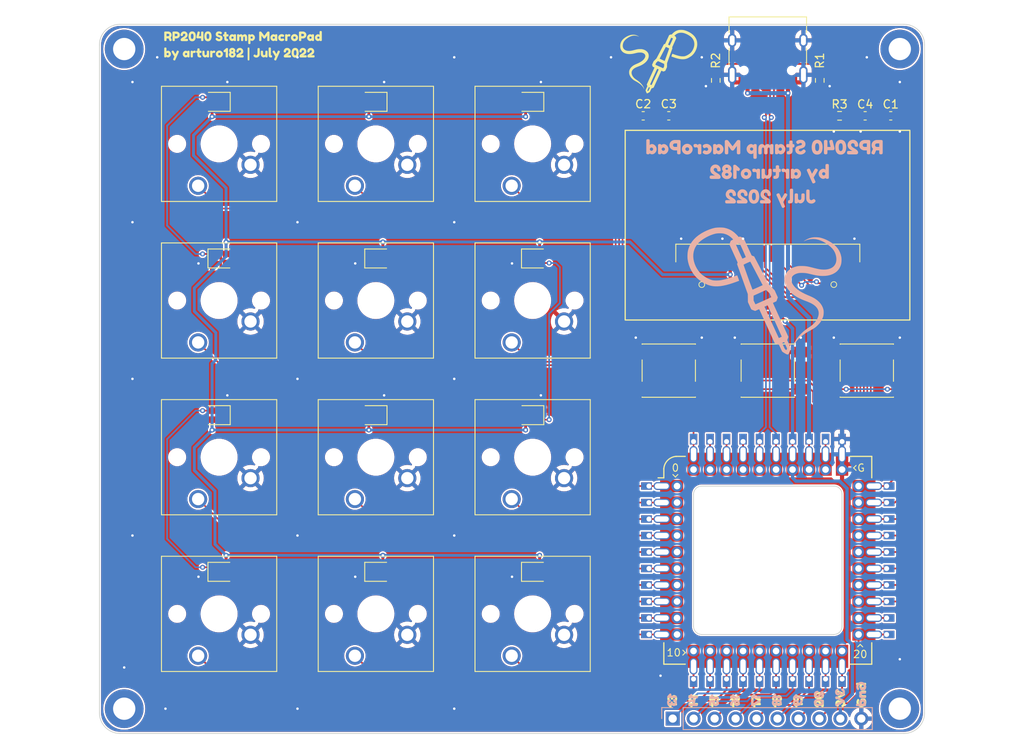
<source format=kicad_pcb>
(kicad_pcb (version 20211014) (generator pcbnew)
  (layers (0 "F.Cu" signal) (31 "B.Cu" signal) (34 "B.Paste" user) (35 "F.Paste" user) (36 "B.SilkS" user "B.Silkscreen") (37 "F.SilkS" user "F.Silkscreen") (38 "B.Mask" user) (39 "F.Mask" user) (44 "Edge.Cuts" user))
  (net 0 "")
  (net 1 "GND")
  (net 2 "+5V")
  (net 3 "Net-(J1-PadA5)")
  (net 4 "/USB_D+")
  (net 5 "/USB_D-")
  (net 7 "Net-(J1-PadB5)")
  (net 9 "unconnected-(U1-Pad32)")
  (net 10 "+3.3V")
  (net 11 "unconnected-(U1-Pad37)")
  (net 12 "unconnected-(U1-Pad38)")
  (net 13 "unconnected-(U1-Pad39)")
  (net 14 "Net-(C1-Pad2)")
  (net 15 "Net-(C2-Pad1)")
  (net 16 "Net-(C2-Pad2)")
  (net 17 "Net-(C3-Pad1)")
  (net 18 "Net-(C3-Pad2)")
  (net 19 "Net-(C4-Pad1)")
  (net 20 "/NEOPIXEL")
  (net 21 "Net-(D1-Pad1)")
  (net 22 "Net-(D2-Pad1)")
  (net 23 "Net-(D3-Pad1)")
  (net 24 "Net-(D4-Pad1)")
  (net 25 "Net-(D5-Pad1)")
  (net 26 "Net-(D6-Pad1)")
  (net 27 "Net-(D7-Pad1)")
  (net 28 "Net-(D8-Pad1)")
  (net 29 "Net-(D10-Pad3)")
  (net 30 "Net-(D10-Pad1)")
  (net 31 "Net-(D11-Pad1)")
  (net 34 "/LCD_CS")
  (net 35 "/LCD_RST")
  (net 36 "/LCD_DC")
  (net 39 "/LCD_CLK")
  (net 40 "/LCD_MOSI")
  (net 47 "Net-(DS1-Pad26)")
  (net 48 "/BTN1")
  (net 49 "/BTN2")
  (net 50 "/BTN3")
  (net 51 "/BTN4")
  (net 52 "/BTN5")
  (net 53 "/BTN6")
  (net 54 "/BTN7")
  (net 55 "/BTN8")
  (net 56 "/BTN9")
  (net 57 "/BTN10")
  (net 58 "/BTN11")
  (net 59 "/BTN12")
  (net 60 "/BTN_LEFT")
  (net 61 "/BTN_CENTER")
  (net 62 "/BTN_RIGHT")
  (net 63 "unconnected-(U1-Pad22)")
  (net 64 "/GPIO13")
  (net 65 "/GPIO14")
  (net 66 "/GPIO15")
  (net 67 "/GPIO16")
  (net 68 "/GPIO17")
  (net 69 "/GPIO18")
  (net 70 "/GPIO19")
  (net 71 "/GPIO20")
  (footprint "Capacitor_SMD:C_0603_1608Metric" (layer "F.Cu") (at 187 51.1)
    (fp_text reference "C3")
    (fp_text value "1uF")
  )
  (footprint "kibuzzard-62DF06D5" (layer "F.Cu") (at 207.78 121.74 90)
    (fp_text reference "kibuzzard-62DF06D5" hide)
    (fp_text value "G***" hide)
  )
  (footprint "kibuzzard-62DF06DC" (layer "F.Cu") (at 210.32 121.33 90)
    (fp_text reference "kibuzzard-62DF06DC" hide)
    (fp_text value "G***" hide)
  )
  (footprint "LED_SMD_Extra:WS2812B-2020" (layer "F.Cu") (at 151.5 87.4 180)
    (fp_text reference "D5" hide)
    (fp_text value "WS2812B-2020")
  )
  (footprint "LED_SMD_Extra:WS2812B-2020" (layer "F.Cu") (at 151.5 68.4)
    (fp_text reference "D8" hide)
    (fp_text value "WS2812B-2020")
  )
  (footprint "Capacitor_SMD:C_0603_1608Metric" (layer "F.Cu") (at 210.8 51.1 180)
    (fp_text reference "C4")
    (fp_text value "1uF")
  )
  (footprint "MountingHole:MountingHole_2.7mm_M2.5_DIN965_Pad" (layer "F.Cu") (at 215 43)
    (fp_text reference "REF**" hide)
    (fp_text value "MountingHole_2.7mm_M2.5_DIN965_Pad")
  )
  (footprint "Button_Switch_Keyboard:SW_Cherry_MX_1.00u_PCB" (layer "F.Cu") (at 129.96 59.58 180)
    (fp_text reference "SW1" hide)
    (fp_text value "SW_SPST")
  )
  (footprint "Button_Switch_SMD:SW_SPST_PTS645" (layer "F.Cu") (at 211 82 180)
    (fp_text reference "SW15" hide)
    (fp_text value "SW_RIGHT")
  )
  (footprint "Button_Switch_Keyboard:SW_Cherry_MX_1.00u_PCB" (layer "F.Cu") (at 129.96 78.58 180)
    (fp_text reference "SW4" hide)
    (fp_text value "SW_SPST")
  )
  (footprint "Capacitor_SMD:C_0603_1608Metric" (layer "F.Cu") (at 213.9 51.1 180)
    (fp_text reference "C1")
    (fp_text value "1uF")
  )
  (footprint "Button_Switch_Keyboard:SW_Cherry_MX_1.00u_PCB" (layer "F.Cu") (at 129.96 116.58 180)
    (fp_text reference "SW10" hide)
    (fp_text value "SW_SPST")
  )
  (footprint "Button_Switch_Keyboard:SW_Cherry_MX_1.00u_PCB" (layer "F.Cu") (at 148.96 59.58 180)
    (fp_text reference "SW2" hide)
    (fp_text value "SW_SPST")
  )
  (footprint "kibuzzard-62C6D91C" (layer "F.Cu") (at 135.4 42.6)
    (fp_text reference "kibuzzard-62C6D91C" hide)
    (fp_text value "G***" hide)
  )
  (footprint "Symbols_Extra:SolderParty-New-Logo_10x8.5mm_SilkScreen" (layer "F.Cu") (at 186.1 44.2)
    (fp_text reference "G***" hide)
    (fp_text value "LOGO" hide)
  )
  (footprint "MountingHole:MountingHole_2.7mm_M2.5_DIN965_Pad" (layer "F.Cu") (at 121 43)
    (fp_text reference "REF**" hide)
    (fp_text value "MountingHole_2.7mm_M2.5_DIN965_Pad")
  )
  (footprint "Resistor_SMD:R_0603_1608Metric" (layer "F.Cu") (at 205.3 46.8 -90)
    (fp_text reference "R1")
    (fp_text value "5.1K")
  )
  (footprint "Button_Switch_Keyboard:SW_Cherry_MX_1.00u_PCB" (layer "F.Cu") (at 167.96 78.58 180)
    (fp_text reference "SW6" hide)
    (fp_text value "SW_SPST")
  )
  (footprint "kibuzzard-62DF0644" (layer "F.Cu") (at 197.58 122.11 90)
    (fp_text reference "kibuzzard-62DF0644" hide)
    (fp_text value "G***" hide)
  )
  (footprint "Button_Switch_Keyboard:SW_Cherry_MX_1.00u_PCB" (layer "F.Cu") (at 167.96 116.58 180)
    (fp_text reference "SW12" hide)
    (fp_text value "SW_SPST")
  )
  (footprint "Capacitor_SMD:C_0603_1608Metric" (layer "F.Cu") (at 183.9 51.1)
    (fp_text reference "C2")
    (fp_text value "1uF")
  )
  (footprint "MountingHole:MountingHole_2.7mm_M2.5_DIN965_Pad" (layer "F.Cu") (at 121 123)
    (fp_text reference "REF**" hide)
    (fp_text value "MountingHole_2.7mm_M2.5_DIN965_Pad")
  )
  (footprint "LED_SMD_Extra:WS2812B-2020" (layer "F.Cu") (at 151.5 49.4 180)
    (fp_text reference "D11" hide)
    (fp_text value "WS2812B-2020")
  )
  (footprint "LED_SMD_Extra:WS2812B-2020" (layer "F.Cu") (at 151.5 106.4)
    (fp_text reference "D2" hide)
    (fp_text value "WS2812B-2020")
  )
  (footprint "Connector_USB:USB_C_Receptacle_HRO_TYPE-C-31-M-12" (layer "F.Cu") (at 199 43 180)
    (fp_text reference "J1" hide)
    (fp_text value "USB_C_Receptacle_USB2.0")
  )
  (footprint "LED_SMD_Extra:WS2812B-2020" (layer "F.Cu") (at 170.5 87.4 180)
    (fp_text reference "D6" hide)
    (fp_text value "WS2812B-2020")
  )
  (footprint "RP2040_Stamp:RP2040_Stamp_FlexyPin" (layer "F.Cu") (at 199 105)
    (fp_text reference "U1" hide)
    (fp_text value "RP2040_Stamp")
  )
  (footprint "Button_Switch_SMD:SW_SPST_PTS645" (layer "F.Cu") (at 199 82 180)
    (fp_text reference "SW14" hide)
    (fp_text value "SW_CENTER")
  )
  (footprint "Button_Switch_Keyboard:SW_Cherry_MX_1.00u_PCB" (layer "F.Cu") (at 148.96 97.58 180)
    (fp_text reference "SW8" hide)
    (fp_text value "SW_SPST")
  )
  (footprint "kibuzzard-62DF064B" (layer "F.Cu") (at 202.66 122.11 90)
    (fp_text reference "kibuzzard-62DF064B" hide)
    (fp_text value "G***" hide)
  )
  (footprint "kibuzzard-62DF0650" (layer "F.Cu") (at 205.21 121.89 90)
    (fp_text reference "kibuzzard-62DF0650" hide)
    (fp_text value "G***" hide)
  )
  (footprint "Display:OLED-128O064D" (layer "F.Cu") (at 199 67.815 180)
    (fp_text reference "DS1" hide)
    (fp_text value "OLED-128O064D")
  )
  (footprint "Button_Switch_SMD:SW_SPST_PTS645" (layer "F.Cu") (at 187 82 180)
    (fp_text reference "SW13" hide)
    (fp_text value "SW_LEFT")
  )
  (footprint "Button_Switch_Keyboard:SW_Cherry_MX_1.00u_PCB" (layer "F.Cu") (at 148.96 116.58 180)
    (fp_text reference "SW11" hide)
    (fp_text value "SW_SPST")
  )
  (footprint "LED_SMD_Extra:WS2812B-2020" (layer "F.Cu") (at 170.5 68.4)
    (fp_text reference "D7" hide)
    (fp_text value "WS2812B-2020")
  )
  (footprint "LED_SMD_Extra:WS2812B-2020" (layer "F.Cu") (at 132.5 87.4 180)
    (fp_text reference "D4" hide)
    (fp_text value "WS2812B-2020")
  )
  (footprint "LED_SMD_Extra:WS2812B-2020" (layer "F.Cu") (at 132.5 49.4 180)
    (fp_text reference "D10" hide)
    (fp_text value "WS2812B-2020")
  )
  (footprint "LED_SMD_Extra:WS2812B-2020" (layer "F.Cu") (at 132.5 106.4)
    (fp_text reference "D3" hide)
    (fp_text value "WS2812B-2020")
  )
  (footprint "kibuzzard-62DF0641" (layer "F.Cu") (at 195.04 122.11 90)
    (fp_text reference "kibuzzard-62DF0641" hide)
    (fp_text value "G***" hide)
  )
  (footprint "Button_Switch_Keyboard:SW_Cherry_MX_1.00u_PCB" (layer "F.Cu") (at 148.96 78.58 180)
    (fp_text reference "SW5" hide)
    (fp_text value "SW_SPST")
  )
  (footprint "LED_SMD_Extra:WS2812B-2020" (layer "F.Cu") (at 170.5 106.4)
    (fp_text reference "D1" hide)
    (fp_text value "WS2812B-2020")
  )
  (footprint "Resistor_SMD:R_0603_1608Metric" (layer "F.Cu") (at 192.7 46.8 -90)
    (fp_text reference "R2")
    (fp_text value "5.1K")
  )
  (footprint "Button_Switch_Keyboard:SW_Cherry_MX_1.00u_PCB" (layer "F.Cu") (at 129.96 97.58 180)
    (fp_text reference "SW7" hide)
    (fp_text value "SW_SPST")
  )
  (footprint "Resistor_SMD:R_0603_1608Metric" (layer "F.Cu") (at 207.7 51.1 180)
    (fp_text reference "R3")
    (fp_text value "390K")
  )
  (footprint "MountingHole:MountingHole_2.7mm_M2.5_DIN965_Pad" (layer "F.Cu") (at 215 123)
    (fp_text reference "REF**" hide)
    (fp_text value "MountingHole_2.7mm_M2.5_DIN965_Pad")
  )
  (footprint "kibuzzard-62DF0648" (layer "F.Cu") (at 200.12 122.11 90)
    (fp_text reference "kibuzzard-62DF0648" hide)
    (fp_text value "G***" hide)
  )
  (footprint "LED_SMD_Extra:WS2812B-2020" (layer "F.Cu") (at 170.5 49.4 180)
    (fp_text reference "D12" hide)
    (fp_text value "WS2812B-2020")
  )
  (footprint "kibuzzard-62DF063C" (layer "F.Cu") (at 192.5 122.11 90)
    (fp_text reference "kibuzzard-62DF063C" hide)
    (fp_text value "G***" hide)
  )
  (footprint "kibuzzard-62DF061F" (layer "F.Cu") (at 187.42 122.11 90)
    (fp_text reference "kibuzzard-62DF061F" hide)
    (fp_text value "G***" hide)
  )
  (footprint "Button_Switch_Keyboard:SW_Cherry_MX_1.00u_PCB" (layer "F.Cu") (at 167.96 97.58 180)
    (fp_text reference "SW9" hide)
    (fp_text value "SW_SPST")
  )
  (footprint "Button_Switch_Keyboard:SW_Cherry_MX_1.00u_PCB" (layer "F.Cu") (at 167.96 59.58 180)
    (fp_text reference "SW3" hide)
    (fp_text value "SW_SPST")
  )
  (footprint "kibuzzard-62DF0636" (layer "F.Cu") (at 189.96 122.11 90)
    (fp_text reference "kibuzzard-62DF0636" hide)
    (fp_text value "G***" hide)
  )
  (footprint "LED_SMD_Extra:WS2812B-2020" (layer "F.Cu") (at 132.5 68.4)
    (fp_text reference "D9" hide)
    (fp_text value "WS2812B-2020")
  )
  (footprint "kibuzzard-62C6DD16" (layer "B.Cu") (at 198.6 58.1 180)
    (fp_text reference "kibuzzard-62C6DD16" hide)
    (fp_text value "G***" hide)
  )
  (footprint "kibuzzard-62DF063C" (layer "B.Cu") (at 192.478752 121.974312 -90)
    (fp_text reference "kibuzzard-62DF063C" hide)
    (fp_text value "G***" hide)
  )
  (footprint "kibuzzard-62DF0648" (layer "B.Cu") (at 200.091663 121.933037 -90)
    (fp_text reference "kibuzzard-62DF0648" hide)
    (fp_text value "G***" hide)
  )
  (footprint "kibuzzard-62DF0650" (layer "B.Cu") (at 205.18 121.76 -90)
    (fp_text reference "kibuzzard-62DF0650" hide)
    (fp_text value "G***" hide)
  )
  (footprint "kibuzzard-62DF06D5" (layer "B.Cu") (at 207.753014 121.61395 -90)
    (fp_text reference "kibuzzard-62DF06D5" hide)
    (fp_text value "G***" hide)
  )
  (footprint "kibuzzard-62DF0641" (layer "B.Cu") (at 195.018752 121.9505 -90)
    (fp_text reference "kibuzzard-62DF0641" hide)
    (fp_text value "G***" hide)
  )
  (footprint "Symbols_Extra:SolderParty-New-Logo_20x16.9mm_SilkScreen" (layer "B.Cu") (at 197.95943 71.7 180)
    (fp_text reference "G***" hide)
    (fp_text value "LOGO" hide)
  )
  (footprint "Connector_PinHeader_2.54mm:PinHeader_1x10_P2.54mm_Vertical" (layer "B.Cu") (at 187.475 124.2 -90)
    (fp_text reference "J2" hide)
    (fp_text value "Conn_GPIOs")
  )
  (footprint "kibuzzard-62DF0644" (layer "B.Cu") (at 197.553263 121.941768 -90)
    (fp_text reference "kibuzzard-62DF0644" hide)
    (fp_text value "G***" hide)
  )
  (footprint "kibuzzard-62DF0636" (layer "B.Cu") (at 189.938752 121.937006 -90)
    (fp_text reference "kibuzzard-62DF0636" hide)
    (fp_text value "G***" hide)
  )
  (footprint "kibuzzard-62DF064B" (layer "B.Cu") (at 202.630062 121.9505 -90)
    (fp_text reference "kibuzzard-62DF064B" hide)
    (fp_text value "G***" hide)
  )
  (footprint "kibuzzard-62DF061F" (layer "B.Cu") (at 187.388127 121.9124 -90)
    (fp_text reference "kibuzzard-62DF061F" hide)
    (fp_text value "G***" hide)
  )
  (footprint "kibuzzard-62DF06DC" (layer "B.Cu") (at 210.298752 121.215487 -90)
    (fp_text reference "kibuzzard-62DF06DC" hide)
    (fp_text value "G***" hide)
  )
  (gr_rect (start 181.717439 52.86) (end 216.217439 75.86) (layer "F.SilkS") (width 0.15) (fill none))
  (gr_arc (start 218 123.5) (mid 217.267767 125.267767) (end 215.5 126) (layer "Edge.Cuts") (width 0.1))
  (gr_line (start 208 113) (end 208 97) (layer "Edge.Cuts") (width 0.1))
  (gr_arc (start 190 97) (mid 190.292893 96.292893) (end 191 96) (layer "Edge.Cuts") (width 0.1))
  (gr_line (start 191 114) (end 206.999999 114) (layer "Edge.Cuts") (width 0.1))
  (gr_arc (start 215.5 40) (mid 217.267767 40.732233) (end 218 42.5) (layer "Edge.Cuts") (width 0.1))
  (gr_line (start 190 113) (end 190 97) (layer "Edge.Cuts") (width 0.1))
  (gr_line (start 215.5 126) (end 120.5 126) (layer "Edge.Cuts") (width 0.1))
  (gr_line (start 218 42.5) (end 218 123.5) (layer "Edge.Cuts") (width 0.1))
  (gr_line (start 118 123.5) (end 118 42.5) (layer "Edge.Cuts") (width 0.1))
  (gr_line (start 120.5 40) (end 215.5 40) (layer "Edge.Cuts") (width 0.1))
  (gr_line (start 207 96) (end 191 96) (layer "Edge.Cuts") (width 0.1))
  (gr_arc (start 118 42.5) (mid 118.732233 40.732233) (end 120.5 40) (layer "Edge.Cuts") (width 0.1))
  (gr_arc (start 208 113) (mid 207.707107 113.707107) (end 207 114) (layer "Edge.Cuts") (width 0.1))
  (gr_arc (start 120.5 126) (mid 118.732233 125.267767) (end 118 123.5) (layer "Edge.Cuts") (width 0.1))
  (gr_arc (start 207 96) (mid 207.707107 96.292893) (end 208 97) (layer "Edge.Cuts") (width 0.1))
  (gr_arc (start 191 114) (mid 190.292893 113.707107) (end 190 113) (layer "Edge.Cuts") (width 0.1))
  (segment (start 208 90.6) (end 208 92.15) (width 0.22) (layer "F.Cu") (net 1))
  (via (at 191 44) (size 0.6) (drill 0.3) (layers "F.Cu" "B.Cu") (net 1))
  (via (at 133.5 47) (size 0.6) (drill 0.3) (layers "F.Cu" "B.Cu") (net 1))
  (via (at 122 83) (size 0.6) (drill 0.3) (layers "F.Cu" "B.Cu") (net 1))
  (via (at 215 53) (size 0.6) (drill 0.3) (layers "F.Cu" "B.Cu") (net 1))
  (via (at 215 78) (size 0.6) (drill 0.3) (layers "F.Cu" "B.Cu") (net 1))
  (via (at 152.5 47) (size 0.6) (drill 0.3) (layers "F.Cu" "B.Cu") (net 1))
  (via (at 122 64) (size 0.6) (drill 0.3) (layers "F.Cu" "B.Cu") (net 1))
  (via (at 186 119) (size 0.6) (drill 0.3) (layers "F.Cu" "B.Cu") (net 1))
  (via (at 215 47) (size 0.6) (drill 0.3) (layers "F.Cu" "B.Cu") (net 1))
  (via (at 130 107) (size 0.6) (drill 0.3) (layers "F.Cu" "B.Cu") (net 1))
  (via (at 142 64) (size 0.6) (drill 0.3) (layers "F.Cu" "B.Cu") (net 1))
  (via (at 195 78) (size 0.6) (drill 0.3) (layers "F.Cu" "B.Cu") (net 1))
  (via (at 168 107) (size 0.6) (drill 0.3) (layers "F.Cu" "B.Cu") (net 1))
  (via (at 191.5 47.5) (size 0.6) (drill 0.3) (layers "F.Cu" "B.Cu") (net 1))
  (via (at 171.5 47) (size 0.6) (drill 0.3) (layers "F.Cu" "B.Cu") (net 1))
  (via (at 149 107) (size 0.6) (drill 0.3) (layers "F.Cu" "B.Cu") (net 1))
  (via (at 142 123) (size 0.6) (drill 0.3) (layers "F.Cu" "B.Cu") (net 1))
  (via (at 188.5 66) (size 0.6) (drill 0.3) (layers "F.Cu" "B.Cu") (net 1))
  (via (at 203 78) (size 0.6) (drill 0.3) (layers "F.Cu" "B.Cu") (net 1))
  (via (at 161 64) (size 0.6) (drill 0.3) (layers "F.Cu" "B.Cu") (net 1))
  (via (at 161 83) (size 0.6) (drill 0.3) (layers "F.Cu" "B.Cu") (net 1))
  (via (at 183 78) (size 0.6) (drill 0.3) (layers "F.Cu" "B.Cu") (net 1))
  (via (at 209.5 66) (size 0.6) (drill 0.3) (layers "F.Cu" "B.Cu") (net 1))
  (via (at 126 123) (size 0.6) (drill 0.3) (layers "F.Cu" "B.Cu") (net 1))
  (via (at 168 69) (size 0.6) (drill 0.3) (layers "F.Cu" "B.Cu") (net 1))
  (via (at 193.5 66) (size 0.6) (drill 0.3) (layers "F.Cu" "B.Cu") (net 1))
  (via (at 133.5 85) (size 0.6) (drill 0.3) (layers "F.Cu" "B.Cu") (net 1))
  (via (at 130 69) (size 0.6) (drill 0.3) (layers "F.Cu" "B.Cu") (net 1))
  (via (at 152.5 85) (size 0.6) (drill 0.3) (layers "F.Cu" "B.Cu") (net 1))
  (via (at 122 47) (size 0.6) (drill 0.3) (layers "F.Cu" "B.Cu") (net 1))
  (via (at 121 118) (size 0.6) (drill 0.3) (layers "F.Cu" "B.Cu") (net 1))
  (via (at 191 78) (size 0.6) (drill 0.3) (layers "F.Cu" "B.Cu") (net 1))
  (via (at 161 102) (size 0.6) (drill 0.3) (layers "F.Cu" "B.Cu") (net 1))
  (via (at 149 69) (size 0.6) (drill 0.3) (layers "F.Cu" "B.Cu") (net 1))
  (via (at 142 102) (size 0.6) (drill 0.3) (layers "F.Cu" "B.Cu") (net 1))
  (via (at 210.25 53) (size 0.6) (drill 0.3) (layers "F.Cu" "B.Cu") (net 1))
  (via (at 161 44) (size 0.6) (drill 0.3) (layers "F.Cu" "B.Cu") (net 1))
  (via (at 196 66) (size 0.6) (drill 0.3) (layers "F.Cu" "B.Cu") (net 1))
  (via (at 142 83) (size 0.6) (drill 0.3) (layers "F.Cu" "B.Cu") (net 1))
  (via (at 161 123) (size 0.6) (drill 0.3) (layers "F.Cu" "B.Cu") (net 1))
  (via (at 207 53) (size 0.6) (drill 0.3) (layers "F.Cu" "B.Cu") (net 1))
  (via (at 206.5 47.5) (size 0.6) (drill 0.3) (layers "F.Cu" "B.Cu") (net 1))
  (via (at 142 44) (size 0.6) (drill 0.3) (layers "F.Cu" "B.Cu") (net 1))
  (via (at 207 78) (size 0.6) (drill 0.3) (layers "F.Cu" "B.Cu") (net 1))
  (via (at 211 44) (size 0.6) (drill 0.3) (layers "F.Cu" "B.Cu") (net 1))
  (via (at 215 117) (size 0.6) (drill 0.3) (layers "F.Cu" "B.Cu") (net 1))
  (via (at 125 44) (size 0.6) (drill 0.3) (layers "F.Cu" "B.Cu") (net 1))
  (via (at 171.5 85) (size 0.6) (drill 0.3) (layers "F.Cu" "B.Cu") (net 1))
  (via (at 122 102) (size 0.6) (drill 0.3) (layers "F.Cu" "B.Cu") (net 1))
  (via (at 180 44) (size 0.6) (drill 0.3) (layers "F.Cu" "B.Cu") (net 1))
  (segment (start 196.55 47.045) (end 196.55 48.35) (width 0.5) (layer "F.Cu") (net 2))
  (segment (start 204 90.6) (end 204 92.15) (width 0.22) (layer "F.Cu") (net 2))
  (segment (start 201.45 47.045) (end 201.45 48.35) (width 0.5) (layer "F.Cu") (net 2))
  (via (at 196.55 48.35) (size 0.6) (drill 0.3) (layers "F.Cu" "B.Cu") (net 2))
  (via (at 201.45 48.35) (size 0.6) (drill 0.3) (layers "F.Cu" "B.Cu") (net 2))
  (segment (start 204 75.6) (end 201.45 73.05) (width 0.5) (layer "B.Cu") (net 2))
  (segment (start 201.45 48.35) (end 196.55 48.35) (width 0.5) (layer "B.Cu") (net 2))
  (segment (start 201.45 73.05) (end 201.45 48.35) (width 0.5) (layer "B.Cu") (net 2))
  (segment (start 204 90.6) (end 204 75.6) (width 0.5) (layer "B.Cu") (net 2))
  (segment (start 200.25 47.045) (end 200.25 45.45) (width 0.22) (layer "F.Cu") (net 3))
  (segment (start 200.25 45.45) (end 200.9 44.8) (width 0.22) (layer "F.Cu") (net 3))
  (segment (start 200.9 44.8) (end 204.9 44.8) (width 0.22) (layer "F.Cu") (net 3))
  (segment (start 204.9 44.8) (end 205.3 45.2) (width 0.22) (layer "F.Cu") (net 3))
  (segment (start 205.3 45.2) (end 205.3 45.975) (width 0.22) (layer "F.Cu") (net 3))
  (segment (start 199.25 48.132501) (end 199.275 48.157501) (width 0.2) (layer "F.Cu") (net 4))
  (segment (start 199.2 48) (end 198.4 48) (width 0.2) (layer "F.Cu") (net 4))
  (segment (start 198.774999 51.100001) (end 198.575 51.3) (width 0.2) (layer "F.Cu") (net 4))
  (segment (start 199.275 48.9068) (end 198.774999 49.406801) (width 0.2) (layer "F.Cu") (net 4))
  (segment (start 198.774999 49.406801) (end 198.774999 51.100001) (width 0.2) (layer "F.Cu") (net 4))
  (segment (start 199.25 47.045) (end 199.25 47.95) (width 0.2) (layer "F.Cu") (net 4))
  (segment (start 199.25 47.95) (end 199.25 48.132501) (width 0.2) (layer "F.Cu") (net 4))
  (segment (start 199.25 47.95) (end 199.2 48) (width 0.2) (layer "F.Cu") (net 4))
  (segment (start 198 90.6) (end 198 92.15) (width 0.2) (layer "F.Cu") (net 4))
  (segment (start 198.4 48) (end 198.25 47.85) (width 0.2) (layer "F.Cu") (net 4))
  (segment (start 198.25 47.85) (end 198.25 47.045) (width 0.2) (layer "F.Cu") (net 4))
  (segment (start 199.275 48.157501) (end 199.275 48.9068) (width 0.2) (layer "F.Cu") (net 4))
  (via (at 198.575 51.3) (size 0.6) (drill 0.3) (layers "F.Cu" "B.Cu") (net 4))
  (segment (start 198.774999 51.499999) (end 198.575 51.3) (width 0.2) (layer "B.Cu") (net 4))
  (segment (start 198.775 88.849999) (end 198.774999 51.499999) (width 0.2) (layer "B.Cu") (net 4))
  (segment (start 198 90.6) (end 198 89.624999) (width 0.2) (layer "B.Cu") (net 4))
  (segment (start 198 89.624999) (end 198.775 88.849999) (width 0.2) (layer "B.Cu") (net 4))
  (segment (start 199.225001 51.100001) (end 199.425 51.3) (width 0.2) (layer "F.Cu") (net 5))
  (segment (start 199.75 47.045) (end 199.75 48.132501) (width 0.2) (layer "F.Cu") (net 5))
  (segment (start 199.75 47.045) (end 199.75 46.27) (width 0.2) (layer "F.Cu") (net 5))
  (segment (start 199.75 48.132501) (end 199.725 48.157501) (width 0.2) (layer "F.Cu") (net 5))
  (segment (start 199.75 46.27) (end 199.6 46.12) (width 0.2) (layer "F.Cu") (net 5))
  (segment (start 198.75 46.25) (end 198.75 47.045) (width 0.2) (layer "F.Cu") (net 5))
  (segment (start 199.6 46.12) (end 198.88 46.12) (width 0.2) (layer "F.Cu") (net 5))
  (segment (start 198.88 46.12) (end 198.75 46.25) (width 0.2) (layer "F.Cu") (net 5))
  (segment (start 199.225001 49.593199) (end 199.225001 51.100001) (width 0.2) (layer "F.Cu") (net 5))
  (segment (start 200 90.6) (end 200 92.15) (width 0.2) (layer "F.Cu") (net 5))
  (segment (start 199.725 49.0932) (end 199.225001 49.593199) (width 0.2) (layer "F.Cu") (net 5))
  (segment (start 199.725 48.157501) (end 199.725 49.0932) (width 0.2) (layer "F.Cu") (net 5))
  (via (at 199.425 51.3) (size 0.6) (drill 0.3) (layers "F.Cu" "B.Cu") (net 5))
  (segment (start 200 89.624999) (end 199.225 88.849999) (width 0.2) (layer "B.Cu") (net 5))
  (segment (start 200 90.6) (end 200 89.624999) (width 0.2) (layer "B.Cu") (net 5))
  (segment (start 199.225001 51.499999) (end 199.425 51.3) (width 0.2) (layer "B.Cu") (net 5))
  (segment (start 199.225 88.849999) (end 199.225001 51.499999) (width 0.2) (layer "B.Cu") (net 5))
  (segment (start 196.7 44.8) (end 193.1 44.8) (width 0.22) (layer "F.Cu") (net 7))
  (segment (start 192.7 45.2) (end 192.7 45.975) (width 0.22) (layer "F.Cu") (net 7))
  (segment (start 197.25 45.35) (end 196.7 44.8) (width 0.22) (layer "F.Cu") (net 7))
  (segment (start 193.1 44.8) (end 192.7 45.2) (width 0.22) (layer "F.Cu") (net 7))
  (segment (start 197.25 47.045) (end 197.25 45.35) (width 0.22) (layer "F.Cu") (net 7))
  (segment (start 206 90.6) (end 206 92.15) (width 0.22) (layer "F.Cu") (net 9))
  (segment (start 133.35 105.85) (end 133.35 104.4) (width 0.35) (layer "F.Cu") (net 10))
  (segment (start 169.65 87.95) (end 169.65 89.2) (width 0.35) (layer "F.Cu") (net 10))
  (segment (start 200.1 75) (end 195.9 75) (width 0.4) (layer "F.Cu") (net 10))
  (segment (start 202 90.6) (end 202 92.15) (width 0.22) (layer "F.Cu") (net 10))
  (segment (start 171.35 105.85) (end 171.35 104.4) (width 0.35) (layer "F.Cu") (net 10))
  (segment (start 150.65 87.95) (end 150.65 89.2) (width 0.35) (layer "F.Cu") (net 10))
  (segment (start 133.35 105.85) (end 133.35 104.4) (width 0.35) (layer "F.Cu") (net 10))
  (segment (start 192.7 69.3) (end 194.45 69.3) (width 0.4) (layer "F.Cu") (net 10))
  (segment (start 194.45 73.55) (end 194.45 70.35) (width 0.4) (layer "F.Cu") (net 10))
  (segment (start 150.65 49.95) (end 150.65 51.2) (width 0.35) (layer "F.Cu") (net 10))
  (segment (start 192.35 68.95) (end 192.7 69.3) (width 0.4) (layer "F.Cu") (net 10))
  (segment (start 194.45 70.35) (end 194.45 67.815) (width 0.4) (layer "F.Cu") (net 10))
  (segment (start 152.35 67.85) (end 152.35 66.4) (width 0.35) (layer "F.Cu") (net 10))
  (segment (start 192.35 67.815) (end 192.35 68.95) (width 0.4) (layer "F.Cu") (net 10))
  (segment (start 171.35 67.85) (end 171.35 66.4) (width 0.35) (layer "F.Cu") (net 10))
  (segment (start 152.35 105.85) (end 152.35 104.4) (width 0.35) (layer "F.Cu") (net 10))
  (segment (start 131.65 49.95) (end 131.65 51.2) (width 0.35) (layer "F.Cu") (net 10))
  (segment (start 133.35 67.85) (end 133.35 66.4) (width 0.35) (layer "F.Cu") (net 10))
  (segment (start 195.9 75) (end 194.45 73.55) (width 0.4) (layer "F.Cu") (net 10))
  (segment (start 169.65 49.95) (end 169.65 51.2) (width 0.35) (layer "F.Cu") (net 10))
  (segment (start 131.65 87.95) (end 131.65 89.2) (width 0.35) (layer "F.Cu") (net 10))
  (segment (start 201.1 76) (end 200.1 75) (width 0.4) (layer "F.Cu") (net 10))
  (via (at 152.35 66.4) (size 0.6) (drill 0.3) (layers "F.Cu" "B.Cu") (net 10))
  (via (at 131.65 51.2) (size 0.6) (drill 0.3) (layers "F.Cu" "B.Cu") (net 10))
  (via (at 152.35 104.4) (size 0.6) (drill 0.3) (layers "F.Cu" "B.Cu") (net 10))
  (via (at 194.45 70.35) (size 0.6) (drill 0.3) (layers "F.Cu" "B.Cu") (net 10))
  (via (at 169.65 51.2) (size 0.6) (drill 0.3) (layers "F.Cu" "B.Cu") (net 10))
  (via (at 169.65 89.2) (size 0.6) (drill 0.3) (layers "F.Cu" "B.Cu") (net 10))
  (via (at 150.65 89.2) (size 0.6) (drill 0.3) (layers "F.Cu" "B.Cu") (net 10))
  (via (at 131.65 89.2) (size 0.6) (drill 0.3) (layers "F.Cu" "B.Cu") (net 10))
  (via (at 150.65 51.2) (size 0.6) (drill 0.3) (layers "F.Cu" "B.Cu") (net 10))
  (via (at 171.35 104.4) (size 0.6) (drill 0.3) (layers "F.Cu" "B.Cu") (net 10))
  (via (at 201.1 76) (size 0.6) (drill 0.3) (layers "F.Cu" "B.Cu") (net 10))
  (via (at 133.35 66.4) (size 0.6) (drill 0.3) (layers "F.Cu" "B.Cu") (net 10))
  (via (at 133.35 104.4) (size 0.6) (drill 0.3) (layers "F.Cu" "B.Cu") (net 10))
  (via (at 171.35 66.4) (size 0.6) (drill 0.3) (layers "F.Cu" "B.Cu") (net 10))
  (segment (start 171.35 104.4) (end 152.35 104.4) (width 0.35) (layer "B.Cu") (net 10))
  (segment (start 207.795 122.68) (end 207.795 124.2) (width 0.4) (layer "B.Cu") (net 10))
  (segment (start 152.35 104.4) (end 133.35 104.4) (width 0.35) (layer "B.Cu") (net 10))
  (segment (start 131.65 81.15) (end 132.1 80.7) (width 0.35) (layer "B.Cu") (net 10))
  (segment (start 169.65 89.2) (end 150.65 89.2) (width 0.35) (layer "B.Cu") (net 10))
  (segment (start 131.65 89.2) (end 131.65 81.15) (width 0.35) (layer "B.Cu") (net 10))
  (segment (start 169.65 51.2) (end 150.65 51.2) (width 0.35) (layer "B.Cu") (net 10))
  (segment (start 129.5 94.1) (end 129.5 91.35) (width 0.35) (layer "B.Cu") (net 10))
  (segment (start 202 94) (end 202 95) (width 0.4) (layer "B.Cu") (net 10))
  (segment (start 208.6 96.3) (end 208.6 114.6) (width 0.4) (layer "B.Cu") (net 10))
  (segment (start 133.35 104.4) (end 132 103.05) (width 0.35) (layer "B.Cu") (net 10))
  (segment (start 152.35 66.4) (end 133.35 66.4) (width 0.35) (layer "B.Cu") (net 10))
  (segment (start 129.4 53.45) (end 131.65 51.2) (width 0.35) (layer "B.Cu") (net 10))
  (segment (start 182.3 66.4) (end 186.25 70.35) (width 0.35) (layer "B.Cu") (net 10))
  (segment (start 132 103.05) (end 132 96.6) (width 0.35) (layer "B.Cu") (net 10))
  (segment (start 133.35 68.15) (end 133.35 66.4) (width 0.35) (layer "B.Cu") (net 10))
  (segment (start 202.4 95.4) (end 207.7 95.4) (width 0.4) (layer "B.Cu") (net 10))
  (segment (start 133.35 66.4) (end 133.35 59.85) (width 0.35) (layer "B.Cu") (net 10))
  (segment (start 202 95) (end 202.4 95.4) (width 0.4) (layer "B.Cu") (net 10))
  (segment (start 129.5 72) (end 133.35 68.15) (width 0.35) (layer "B.Cu") (net 10))
  (segment (start 129.5 91.35) (end 131.65 89.2) (width 0.35) (layer "B.Cu") (net 10))
  (segment (start 207.7 95.4) (end 208.6 96.3) (width 0.4) (layer "B.Cu") (net 10))
  (segment (start 208.6 114.6) (end 209.25 115.25) (width 0.4) (layer "B.Cu") (net 10))
  (segment (start 132.1 80.7) (end 132.1 77.4) (width 0.35) (layer "B.Cu") (net 10))
  (segment (start 209.25 115.25) (end 209.25 121.225) (width 0.4) (layer "B.Cu") (net 10))
  (segment (start 150.65 51.2) (end 131.65 51.2) (width 0.35) (layer "B.Cu") (net 10))
  (segment (start 186.25 70.35) (end 194.45 70.35) (width 0.35) (layer "B.Cu") (net 10))
  (segment (start 133.35 59.85) (end 129.4 55.9) (width 0.35) (layer "B.Cu") (net 10))
  (segment (start 171.35 66.4) (end 182.3 66.4) (width 0.35) (layer "B.Cu") (net 10))
  (segment (start 129.4 55.9) (end 129.4 53.45) (width 0.35) (layer "B.Cu") (net 10))
  (segment (start 209.25 121.225) (end 207.795 122.68) (width 0.4) (layer "B.Cu") (net 10))
  (segment (start 129.5 74.8) (end 129.5 72) (width 0.35) (layer "B.Cu") (net 10))
  (segment (start 132 96.6) (end 129.5 94.1) (width 0.35) (layer "B.Cu") (net 10))
  (segment (start 201.1 76) (end 202 76.9) (width 0.4) (layer "B.Cu") (net 10))
  (segment (start 150.65 89.2) (end 131.65 89.2) (width 0.35) (layer "B.Cu") (net 10))
  (segment (start 171.35 66.4) (end 152.35 66.4) (width 0.35) (layer "B.Cu") (net 10))
  (segment (start 132.1 77.4) (end 129.5 74.8) (width 0.35) (layer "B.Cu") (net 10))
  (segment (start 202 76.9) (end 202 90.6) (width 0.4) (layer "B.Cu") (net 10))
  (segment (start 196 90.6) (end 196 92.15) (width 0.22) (layer "F.Cu") (net 11))
  (segment (start 194 90.6) (end 194 92.15) (width 0.22) (layer "F.Cu") (net 12))
  (segment (start 192 90.6) (end 192 92.15) (width 0.22) (layer "F.Cu") (net 13))
  (segment (start 207.75 67.815) (end 207.75 58.581372) (width 0.2) (layer "F.Cu") (net 14))
  (segment (start 208.931372 57.4) (end 212.6 57.4) (width 0.2) (layer "F.Cu") (net 14))
  (segment (start 207.75 58.581372) (end 208.931372 57.4) (width 0.2) (layer "F.Cu") (net 14))
  (segment (start 212.6 57.4) (end 213.125 56.875) (width 0.2) (layer "F.Cu") (net 14))
  (segment (start 213.125 56.875) (end 213.125 51.1) (width 0.2) (layer "F.Cu") (net 14))
  (segment (start 189.034314 58.9) (end 184.4 58.9) (width 0.2) (layer "F.Cu") (net 15))
  (segment (start 183.125 57.625) (end 183.125 51.1) (width 0.2) (layer "F.Cu") (net 15))
  (segment (start 189.55 59.415686) (end 189.034314 58.9) (width 0.2) (layer "F.Cu") (net 15))
  (segment (start 189.55 67.815) (end 189.55 59.415686) (width 0.2) (layer "F.Cu") (net 15))
  (segment (start 184.4 58.9) (end 183.125 57.625) (width 0.2) (layer "F.Cu") (net 15))
  (segment (start 185.8 58.5) (end 184.675 57.375) (width 0.2) (layer "F.Cu") (net 16))
  (segment (start 184.675 57.375) (end 184.675 51.1) (width 0.2) (layer "F.Cu") (net 16))
  (segment (start 190.25 67.815) (end 190.25 59.55) (width 0.2) (layer "F.Cu") (net 16))
  (segment (start 189.2 58.5) (end 185.8 58.5) (width 0.2) (layer "F.Cu") (net 16))
  (segment (start 190.25 59.55) (end 189.2 58.5) (width 0.2) (layer "F.Cu") (net 16))
  (segment (start 187 58.1) (end 186.225 57.325) (width 0.2) (layer "F.Cu") (net 17))
  (segment (start 186.225 57.325) (end 186.225 51.1) (width 0.2) (layer "F.Cu") (net 17))
  (segment (start 190.95 67.815) (end 190.95 59.684314) (width 0.2) (layer "F.Cu") (net 17))
  (segment (start 189.365686 58.1) (end 187 58.1) (width 0.2) (layer "F.Cu") (net 17))
  (segment (start 190.95 59.684314) (end 189.365686 58.1) (width 0.2) (layer "F.Cu") (net 17))
  (segment (start 187.775 57.475) (end 187.775 51.1) (width 0.2) (layer "F.Cu") (net 18))
  (segment (start 191.65 59.818628) (end 189.531372 57.7) (width 0.2) (layer "F.Cu") (net 18))
  (segment (start 188 57.7) (end 187.775 57.475) (width 0.2) (layer "F.Cu") (net 18))
  (segment (start 191.65 67.815) (end 191.65 59.818628) (width 0.2) (layer "F.Cu") (net 18))
  (segment (start 189.531372 57.7) (end 188 57.7) (width 0.2) (layer "F.Cu") (net 18))
  (segment (start 210.834314 57) (end 211.575 56.259314) (width 0.2) (layer "F.Cu") (net 19))
  (segment (start 207.05 58.715687) (end 208.765687 57) (width 0.2) (layer "F.Cu") (net 19))
  (segment (start 207.05 67.815) (end 207.05 58.715687) (width 0.2) (layer "F.Cu") (net 19))
  (segment (start 208.765687 57) (end 210.834314 57) (width 0.2) (layer "F.Cu") (net 19))
  (segment (start 211.575 56.259314) (end 211.575 51.1) (width 0.2) (layer "F.Cu") (net 19))
  (segment (start 180.7 114) (end 184.6 114) (width 0.2) (layer "F.Cu") (net 20))
  (segment (start 184.6 114) (end 186.15 114) (width 0.2) (layer "F.Cu") (net 20))
  (segment (start 178.75 106.95) (end 180.05 108.25) (width 0.2) (layer "F.Cu") (net 20))
  (segment (start 171.35 106.95) (end 178.75 106.95) (width 0.2) (layer "F.Cu") (net 20))
  (segment (start 180.05 113.35) (end 180.7 114) (width 0.2) (layer "F.Cu") (net 20))
  (segment (start 180.05 108.25) (end 180.05 113.35) (width 0.2) (layer "F.Cu") (net 20))
  (segment (start 160.45 106.95) (end 161.55 105.85) (width 0.2) (layer "F.Cu") (net 21))
  (segment (start 161.55 105.85) (end 169.65 105.85) (width 0.2) (layer "F.Cu") (net 21))
  (segment (start 152.35 106.95) (end 160.45 106.95) (width 0.2) (layer "F.Cu") (net 21))
  (segment (start 142.55 105.85) (end 150.65 105.85) (width 0.2) (layer "F.Cu") (net 22))
  (segment (start 133.35 106.95) (end 141.45 106.95) (width 0.2) (layer "F.Cu") (net 22))
  (segment (start 141.45 106.95) (end 142.55 105.85) (width 0.2) (layer "F.Cu") (net 22))
  (segment (start 131.65 105.85) (end 130.5 105.85) (width 0.22) (layer "F.Cu") (net 23))
  (segment (start 131.65 86.85) (end 130.5 86.85) (width 0.22) (layer "F.Cu") (net 23))
  (via (at 130.5 86.85) (size 0.6) (drill 0.3) (layers "F.Cu" "B.Cu") (net 23))
  (via (at 130.5 105.85) (size 0.6) (drill 0.3) (layers "F.Cu" "B.Cu") (net 23))
  (segment (start 126.2 90.3) (end 126.2 102.4) (width 0.2) (layer "B.Cu") (net 23))
  (segment (start 129.65 86.85) (end 126.2 90.3) (width 0.2) (layer "B.Cu") (net 23))
  (segment (start 130.5 86.85) (end 129.65 86.85) (width 0.2) (layer "B.Cu") (net 23))
  (segment (start 126.2 102.4) (end 129.65 105.85) (width 0.2) (layer "B.Cu") (net 23))
  (segment (start 129.65 105.85) (end 130.5 105.85) (width 0.2) (layer "B.Cu") (net 23))
  (segment (start 142.55 86.85) (end 150.65 86.85) (width 0.2) (layer "F.Cu") (net 24))
  (segment (start 133.35 87.95) (end 141.45 87.95) (width 0.2) (layer "F.Cu") (net 24))
  (segment (start 141.45 87.95) (end 142.55 86.85) (width 0.2) (layer "F.Cu") (net 24))
  (segment (start 160.45 87.95) (end 161.55 86.85) (width 0.2) (layer "F.Cu") (net 25))
  (segment (start 152.35 87.95) (end 160.45 87.95) (width 0.2) (layer "F.Cu") (net 25))
  (segment (start 161.55 86.85) (end 169.65 86.85) (width 0.2) (layer "F.Cu") (net 25))
  (segment (start 171.35 68.95) (end 172.5 68.95) (width 0.2) (layer "F.Cu") (net 26))
  (segment (start 171.35 87.95) (end 172.5 87.95) (width 0.2) (layer "F.Cu") (net 26))
  (via (at 172.5 87.95) (size 0.6) (drill 0.3) (layers "F.Cu" "B.Cu") (net 26))
  (via (at 172.5 68.95) (size 0.6) (drill 0.3) (layers "F.Cu" "B.Cu") (net 26))
  (segment (start 173.8 69.45) (end 173.8 73.8) (width 0.2) (layer "B.Cu") (net 26))
  (segment (start 172.5 68.95) (end 173.3 68.95) (width 0.2) (layer "B.Cu") (net 26))
  (segment (start 173.8 73.8) (end 172.5 75.1) (width 0.2) (layer "B.Cu") (net 26))
  (segment (start 173.3 68.95) (end 173.8 69.45) (width 0.2) (layer "B.Cu") (net 26))
  (segment (start 172.5 75.1) (end 172.5 87.95) (width 0.2) (layer "B.Cu") (net 26))
  (segment (start 160.45 68.95) (end 161.55 67.85) (width 0.2) (layer "F.Cu") (net 27))
  (segment (start 152.35 68.95) (end 160.45 68.95) (width 0.2) (layer "F.Cu") (net 27))
  (segment (start 161.55 67.85) (end 169.65 67.85) (width 0.2) (layer "F.Cu") (net 27))
  (segment (start 142.55 67.85) (end 150.65 67.85) (width 0.2) (layer "F.Cu") (net 28))
  (segment (start 133.35 68.95) (end 141.45 68.95) (width 0.2) (layer "F.Cu") (net 28))
  (segment (start 141.45 68.95) (end 142.55 67.85) (width 0.2) (layer "F.Cu") (net 28))
  (segment (start 131.65 48.85) (end 130.5 48.85) (width 0.22) (layer "F.Cu") (net 29))
  (segment (start 131.65 67.85) (end 130.5 67.85) (width 0.22) (layer "F.Cu") (net 29))
  (via (at 130.5 67.85) (size 0.6) (drill 0.3) (layers "F.Cu" "B.Cu") (net 29))
  (via (at 130.5 48.85) (size 0.6) (drill 0.3) (layers "F.Cu" "B.Cu") (net 29))
  (segment (start 126.2 64.4) (end 129.65 67.85) (width 0.22) (layer "B.Cu") (net 29))
  (segment (start 126.2 52.3) (end 126.2 64.4) (width 0.22) (layer "B.Cu") (net 29))
  (segment (start 129.65 48.85) (end 126.2 52.3) (width 0.22) (layer "B.Cu") (net 29))
  (segment (start 130.5 48.85) (end 129.65 48.85) (width 0.22) (layer "B.Cu") (net 29))
  (segment (start 129.65 67.85) (end 130.5 67.85) (width 0.22) (layer "B.Cu") (net 29))
  (segment (start 142.55 48.85) (end 150.65 48.85) (width 0.22) (layer "F.Cu") (net 30))
  (segment (start 141.45 49.95) (end 142.55 48.85) (width 0.22) (layer "F.Cu") (net 30))
  (segment (start 133.35 49.95) (end 141.45 49.95) (width 0.22) (layer "F.Cu") (net 30))
  (segment (start 161.6 48.85) (end 169.65 48.85) (width 0.22) (layer "F.Cu") (net 31))
  (segment (start 152.35 49.95) (end 160.5 49.95) (width 0.22) (layer "F.Cu") (net 31))
  (segment (start 160.5 49.95) (end 161.6 48.85) (width 0.22) (layer "F.Cu") (net 31))
  (segment (start 214.8 100.39397) (end 215.22 99.97397) (width 0.2) (layer "F.Cu") (net 34))
  (segment (start 215.22 99.97397) (end 215.22 98.36794) (width 0.2) (layer "F.Cu") (net 34))
  (segment (start 208.037256 73.1) (end 201.1 73.1) (width 0.2) (layer "F.Cu") (net 34))
  (segment (start 213.4 102) (end 214.6 102) (width 0.2) (layer "F.Cu") (net 34))
  (segment (start 215.54 98.04794) (end 215.54 91.35809) (width 0.2) (layer "F.Cu") (net 34))
  (segment (start 209.8 74.862744) (end 208.037256 73.1) (width 0.2) (layer "F.Cu") (net 34))
  (segment (start 209.8 85.61809) (end 209.8 74.862744) (width 0.2) (layer "F.Cu") (net 34))
  (segment (start 214.6 102) (end 214.8 101.8) (width 0.2) (layer "F.Cu") (net 34))
  (segment (start 197.25 69.25) (end 197.25 67.815) (width 0.2) (layer "F.Cu") (net 34))
  (segment (start 201.1 73.1) (end 197.25 69.25) (width 0.2) (layer "F.Cu") (net 34))
  (segment (start 213.4 102) (end 211.85 102) (width 0.2) (layer "F.Cu") (net 34))
  (segment (start 214.8 101.8) (end 214.8 100.39397) (width 0.2) (layer "F.Cu") (net 34))
  (segment (start 215.22 98.36794) (end 215.54 98.04794) (width 0.2) (layer "F.Cu") (net 34))
  (segment (start 215.54 91.35809) (end 209.8 85.61809) (width 0.2) (layer "F.Cu") (net 34))
  (segment (start 210.22 85.44412) (end 210.22 74.717058) (width 0.2) (layer "F.Cu") (net 35))
  (segment (start 201.27397 72.68) (end 197.95 69.35603) (width 0.2) (layer "F.Cu") (net 35))
  (segment (start 214.6 104) (end 214.8 103.8) (width 0.2) (layer "F.Cu") (net 35))
  (segment (start 215.64 98.54191) (end 215.96 98.22191) (width 0.2) (layer "F.Cu") (net 35))
  (segment (start 215.22 101.97397) (end 215.22 100.56794) (width 0.2) (layer "F.Cu") (net 35))
  (segment (start 215.22 100.56794) (end 215.64 100.14794) (width 0.2) (layer "F.Cu") (net 35))
  (segment (start 197.95 69.35603) (end 197.95 67.815) (width 0.2) (layer "F.Cu") (net 35))
  (segment (start 213.4 104) (end 211.85 104) (width 0.2) (layer "F.Cu") (net 35))
  (segment (start 215.96 91.18412) (end 210.22 85.44412) (width 0.2) (layer "F.Cu") (net 35))
  (segment (start 213.4 104) (end 214.6 104) (width 0.2) (layer "F.Cu") (net 35))
  (segment (start 210.22 74.717058) (end 208.182942 72.68) (width 0.2) (layer "F.Cu") (net 35))
  (segment (start 215.64 100.14794) (end 215.64 98.54191) (width 0.2) (layer "F.Cu") (net 35))
  (segment (start 208.182942 72.68) (end 201.27397 72.68) (width 0.2) (layer "F.Cu") (net 35))
  (segment (start 214.8 103.8) (end 214.8 102.39397) (width 0.2) (layer "F.Cu") (net 35))
  (segment (start 215.96 98.22191) (end 215.96 91.18412) (width 0.2) (layer "F.Cu") (net 35))
  (segment (start 214.8 102.39397) (end 215.22 101.97397) (width 0.2) (layer "F.Cu") (net 35))
  (segment (start 216.06 100.32191) (end 216.06 98.71588) (width 0.2) (layer "F.Cu") (net 36))
  (segment (start 215.22 103.97397) (end 215.22 102.56794) (width 0.2) (layer "F.Cu") (net 36))
  (segment (start 216.38 98.39588) (end 216.38 91.01015) (width 0.2) (layer "F.Cu") (net 36))
  (segment (start 216.38 91.01015) (end 210.64 85.27015) (width 0.2) (layer "F.Cu") (net 36))
  (segment (start 211.85 106) (end 213.4 106) (width 0.2) (layer "F.Cu") (net 36))
  (segment (start 215.64 100.74191) (end 216.06 100.32191) (width 0.2) (layer "F.Cu") (net 36))
  (segment (start 216.06 98.71588) (end 216.38 98.39588) (width 0.2) (layer "F.Cu") (net 36))
  (segment (start 214.6 106) (end 214.8 105.8) (width 0.2) (layer "F.Cu") (net 36))
  (segment (start 215.22 102.56794) (end 215.64 102.14794) (width 0.2) (layer "F.Cu") (net 36))
  (segment (start 210.64 85.27015) (end 210.64 74.571372) (width 0.2) (layer "F.Cu") (net 36))
  (segment (start 201.44794 72.26) (end 198.65 69.46206) (width 0.2) (layer "F.Cu") (net 36))
  (segment (start 208.328628 72.26) (end 201.44794 72.26) (width 0.2) (layer "F.Cu") (net 36))
  (segment (start 213.4 106) (end 214.6 106) (width 0.2) (layer "F.Cu") (net 36))
  (segment (start 198.65 69.46206) (end 198.65 67.815) (width 0.2) (layer "F.Cu") (net 36))
  (segment (start 210.64 74.571372) (end 208.328628 72.26) (width 0.2) (layer "F.Cu") (net 36))
  (segment (start 214.8 104.39397) (end 215.22 103.97397) (width 0.2) (layer "F.Cu") (net 36))
  (segment (start 214.8 105.8) (end 214.8 104.39397) (width 0.2) (layer "F.Cu") (net 36))
  (segment (start 215.64 102.14794) (end 215.64 100.74191) (width 0.2) (layer "F.Cu") (net 36))
  (segment (start 216.48 102.49588) (end 216.48 101.08985) (width 0.2) (layer "F.Cu") (net 39))
  (segment (start 217.22 98.74382) (end 217.22 90.66221) (width 0.2) (layer "F.Cu") (net 39))
  (segment (start 215.22 106.56794) (end 215.64 106.14794) (width 0.2) (layer "F.Cu") (net 39))
  (segment (start 200.75 69.3005) (end 200.75 67.815) (width 0.2) (layer "F.Cu") (net 39))
  (segment (start 211.85 110) (end 213.4 110) (width 0.2) (layer "F.Cu") (net 39))
  (segment (start 216.06 104.32191) (end 216.06 102.91588) (width 0.2) (layer "F.Cu") (net 39))
  (segment (start 213.4 110) (end 214.6 110) (width 0.2) (layer "F.Cu") (net 39))
  (segment (start 216.9 99.06382) (end 217.22 98.74382) (width 0.2) (layer "F.Cu") (net 39))
  (segment (start 215.64 104.74191) (end 216.06 104.32191) (width 0.2) (layer "F.Cu") (net 39))
  (segment (start 217.22 90.66221) (end 211.48 84.92221) (width 0.2) (layer "F.Cu") (net 39))
  (segment (start 215.64 106.14794) (end 215.64 104.74191) (width 0.2) (layer "F.Cu") (net 39))
  (segment (start 215.22 107.97397) (end 215.22 106.56794) (width 0.2) (layer "F.Cu") (net 39))
  (segment (start 214.8 108.39397) (end 215.22 107.97397) (width 0.2) (layer "F.Cu") (net 39))
  (segment (start 214.8 109.8) (end 214.8 108.39397) (width 0.2) (layer "F.Cu") (net 39))
  (segment (start 208.6 71.4) (end 205.0695 71.4) (width 0.2) (layer "F.Cu") (net 39))
  (segment (start 216.48 101.08985) (end 216.9 100.66985) (width 0.2) (layer "F.Cu") (net 39))
  (segment (start 203.1 71.6505) (end 200.75 69.3005) (width 0.2) (layer "F.Cu") (net 39))
  (segment (start 214.6 110) (end 214.8 109.8) (width 0.2) (layer "F.Cu") (net 39))
  (segment (start 216.06 102.91588) (end 216.48 102.49588) (width 0.2) (layer "F.Cu") (net 39))
  (segment (start 211.48 84.92221) (end 211.48 74.28) (width 0.2) (layer "F.Cu") (net 39))
  (segment (start 216.9 100.66985) (end 216.9 99.06382) (width 0.2) (layer "F.Cu") (net 39))
  (segment (start 211.48 74.28) (end 208.6 71.4) (width 0.2) (layer "F.Cu") (net 39))
  (segment (start 205.0695 71.4) (end 204.9 71.2305) (width 0.2) (layer "F.Cu") (net 39))
  (via (at 203.1 71.6505) (size 0.6) (drill 0.3) (layers "F.Cu" "B.Cu") (net 39))
  (via (at 204.9 71.2305) (size 0.6) (drill 0.3) (layers "F.Cu" "B.Cu") (net 39))
  (segment (start 203.52 71.2305) (end 204.9 71.2305) (width 0.2) (layer "B.Cu") (net 39))
  (segment (start 203.1 71.6505) (end 203.52 71.2305) (width 0.2) (layer "B.Cu") (net 39))
  (segment (start 216.48 98.88985) (end 216.8 98.56985) (width 0.2) (layer "F.Cu") (net 40))
  (segment (start 215.22 104.56794) (end 215.64 104.14794) (width 0.2) (layer "F.Cu") (net 40))
  (segment (start 208.474313 71.84) (end 204.24 71.84) (width 0.2) (layer "F.Cu") (net 40))
  (segment (start 216.8 98.56985) (end 216.8 90.83618) (width 0.2) (layer "F.Cu") (net 40))
  (segment (start 211.06 85.09618) (end 211.06 74.425686) (width 0.2) (layer "F.Cu") (net 40))
  (segment (start 214.8 106.39397) (end 215.22 105.97397) (width 0.2) (layer "F.Cu") (net 40))
  (segment (start 216.06 100.91588) (end 216.48 100.49588) (width 0.2) (layer "F.Cu") (net 40))
  (segment (start 201.45 69.05) (end 201.45 67.815) (width 0.2) (layer "F.Cu") (net 40))
  (segment (start 214.8 107.8) (end 214.8 106.39397) (width 0.2) (layer "F.Cu") (net 40))
  (segment (start 216.8 90.83618) (end 211.06 85.09618) (width 0.2) (layer "F.Cu") (net 40))
  (segment (start 204.24 71.84) (end 201.45 69.05) (width 0.2) (layer "F.Cu") (net 40))
  (segment (start 215.64 104.14794) (end 215.64 102.74191) (width 0.2) (layer "F.Cu") (net 40))
  (segment (start 213.4 108) (end 211.85 108) (width 0.2) (layer "F.Cu") (net 40))
  (segment (start 216.06 102.32191) (end 216.06 100.91588) (width 0.2) (layer "F.Cu") (net 40))
  (segment (start 215.64 102.74191) (end 216.06 102.32191) (width 0.2) (layer "F.Cu") (net 40))
  (segment (start 216.48 100.49588) (end 216.48 98.88985) (width 0.2) (layer "F.Cu") (net 40))
  (segment (start 211.06 74.425686) (end 208.474313 71.84) (width 0.2) (layer "F.Cu") (net 40))
  (segment (start 213.4 108) (end 214.6 108) (width 0.2) (layer "F.Cu") (net 40))
  (segment (start 215.22 105.97397) (end 215.22 104.56794) (width 0.2) (layer "F.Cu") (net 40))
  (segment (start 214.6 108) (end 214.8 107.8) (width 0.2) (layer "F.Cu") (net 40))
  (segment (start 208.525 56.675) (end 208.525 51.1) (width 0.2) (layer "F.Cu") (net 47))
  (segment (start 206.35 58.85) (end 208.525 56.675) (width 0.2) (layer "F.Cu") (net 47))
  (segment (start 206.35 67.815) (end 206.35 58.85) (width 0.2) (layer "F.Cu") (net 47))
  (segment (start 183.2 98.39397) (end 182.68 97.87397) (width 0.2) (layer "F.Cu") (net 48))
  (segment (start 132.72 62.34) (end 129.96 59.58) (width 0.2) (layer "F.Cu") (net 48))
  (segment (start 180.56 94.34794) (end 180.56 65.74794) (width 0.2) (layer "F.Cu") (net 48))
  (segment (start 184.6 100) (end 186.15 100) (width 0.2) (layer "F.Cu") (net 48))
  (segment (start 180.56 65.74794) (end 177.15206 62.34) (width 0.2) (layer "F.Cu") (net 48))
  (segment (start 177.15206 62.34) (end 132.72 62.34) (width 0.2) (layer "F.Cu") (net 48))
  (segment (start 182.68 96.46794) (end 180.56 94.34794) (width 0.2) (layer "F.Cu") (net 48))
  (segment (start 184.6 100) (end 183.4 100) (width 0.2) (layer "F.Cu") (net 48))
  (segment (start 182.68 97.87397) (end 182.68 96.46794) (width 0.2) (layer "F.Cu") (net 48))
  (segment (start 183.2 99.8) (end 183.2 98.39397) (width 0.2) (layer "F.Cu") (net 48))
  (segment (start 183.4 100) (end 183.2 99.8) (width 0.2) (layer "F.Cu") (net 48))
  (segment (start 184.6 98) (end 186.15 98) (width 0.2) (layer "F.Cu") (net 49))
  (segment (start 180.98 65.57397) (end 177.32603 61.92) (width 0.2) (layer "F.Cu") (net 49))
  (segment (start 184.6 98) (end 183.4 98) (width 0.2) (layer "F.Cu") (net 49))
  (segment (start 177.32603 61.92) (end 151.3 61.92) (width 0.2) (layer "F.Cu") (net 49))
  (segment (start 183.1 97.7) (end 183.1 96.29397) (width 0.2) (layer "F.Cu") (net 49))
  (segment (start 183.1 96.29397) (end 180.98 94.17397) (width 0.2) (layer "F.Cu") (net 49))
  (segment (start 183.4 98) (end 183.1 97.7) (width 0.2) (layer "F.Cu") (net 49))
  (segment (start 180.98 94.17397) (end 180.98 65.57397) (width 0.2) (layer "F.Cu") (net 49))
  (segment (start 151.3 61.92) (end 148.96 59.58) (width 0.2) (layer "F.Cu") (net 49))
  (segment (start 181.4 94) (end 181.4 65.4) (width 0.2) (layer "F.Cu") (net 50))
  (segment (start 184.6 96) (end 186.15 96) (width 0.2) (layer "F.Cu") (net 50))
  (segment (start 177.5 61.5) (end 169.88 61.5) (width 0.2) (layer "F.Cu") (net 50))
  (segment (start 183.4 96) (end 181.4 94) (width 0.2) (layer "F.Cu") (net 50))
  (segment (start 169.88 61.5) (end 167.96 59.58) (width 0.2) (layer "F.Cu") (net 50))
  (segment (start 181.4 65.4) (end 177.5 61.5) (width 0.2) (layer "F.Cu") (net 50))
  (segment (start 184.6 96) (end 183.4 96) (width 0.2) (layer "F.Cu") (net 50))
  (segment (start 182.78 102.66794) (end 182.26 102.14794) (width 0.2) (layer "F.Cu") (net 51))
  (segment (start 181.94 100.32191) (end 181.94 98.91588) (width 0.2) (layer "F.Cu") (net 51))
  (segment (start 182.78 103.97397) (end 182.78 102.66794) (width 0.2) (layer "F.Cu") (net 51))
  (segment (start 182.26 100.64191) (end 181.94 100.32191) (width 0.2) (layer "F.Cu") (net 51))
  (segment (start 184.6 106) (end 186.15 106) (width 0.2) (layer "F.Cu") (net 51))
  (segment (start 183.2 105.8) (end 183.2 104.39397) (width 0.2) (layer "F.Cu") (net 51))
  (segment (start 179.3 83.58794) (end 177.05206 81.34) (width 0.2) (layer "F.Cu") (net 51))
  (segment (start 181.94 98.91588) (end 181.42 98.39588) (width 0.2) (layer "F.Cu") (net 51))
  (segment (start 177.05206 81.34) (end 132.72 81.34) (width 0.2) (layer "F.Cu") (net 51))
  (segment (start 179.3 94.86985) (end 179.3 83.58794) (width 0.2) (layer "F.Cu") (net 51))
  (segment (start 132.72 81.34) (end 129.96 78.58) (width 0.2) (layer "F.Cu") (net 51))
  (segment (start 183.4 106) (end 183.2 105.8) (width 0.2) (layer "F.Cu") (net 51))
  (segment (start 184.6 106) (end 183.4 106) (width 0.2) (layer "F.Cu") (net 51))
  (segment (start 183.2 104.39397) (end 182.78 103.97397) (width 0.2) (layer "F.Cu") (net 51))
  (segment (start 182.26 102.14794) (end 182.26 100.64191) (width 0.2) (layer "F.Cu") (net 51))
  (segment (start 181.42 98.39588) (end 181.42 96.98985) (width 0.2) (layer "F.Cu") (net 51))
  (segment (start 181.42 96.98985) (end 179.3 94.86985) (width 0.2) (layer "F.Cu") (net 51))
  (segment (start 151.3 80.92) (end 148.96 78.58) (width 0.2) (layer "F.Cu") (net 52))
  (segment (start 181.84 98.22191) (end 181.84 96.81588) (width 0.2) (layer "F.Cu") (net 52))
  (segment (start 183.4 104) (end 183.2 103.8) (width 0.2) (layer "F.Cu") (net 52))
  (segment (start 183.2 103.8) (end 183.2 102.49397) (width 0.2) (layer "F.Cu") (net 52))
  (segment (start 177.22603 80.92) (end 151.3 80.92) (width 0.2) (layer "F.Cu") (net 52))
  (segment (start 179.72 94.69588) (end 179.72 83.41397) (width 0.2) (layer "F.Cu") (net 52))
  (segment (start 184.6 104) (end 183.4 104) (width 0.2) (layer "F.Cu") (net 52))
  (segment (start 184.6 104) (end 186.15 104) (width 0.2) (layer "F.Cu") (net 52))
  (segment (start 182.36 98.74191) (end 181.84 98.22191) (width 0.2) (layer "F.Cu") (net 52))
  (segment (start 182.68 101.97397) (end 182.68 100.46794) (width 0.2) (layer "F.Cu") (net 52))
  (segment (start 182.36 100.14794) (end 182.36 98.74191) (width 0.2) (layer "F.Cu") (net 52))
  (segment (start 179.72 83.41397) (end 177.22603 80.92) (width 0.2) (layer "F.Cu") (net 52))
  (segment (start 182.68 100.46794) (end 182.36 100.14794) (width 0.2) (layer "F.Cu") (net 52))
  (segment (start 183.2 102.49397) (end 182.68 101.97397) (width 0.2) (layer "F.Cu") (net 52))
  (segment (start 181.84 96.81588) (end 179.72 94.69588) (width 0.2) (layer "F.Cu") (net 52))
  (segment (start 183.1 101.8) (end 183.1 100.29397) (width 0.2) (layer "F.Cu") (net 53))
  (segment (start 184.6 102) (end 183.3 102) (width 0.2) (layer "F.Cu") (net 53))
  (segment (start 182.78 99.97397) (end 182.78 98.56794) (width 0.2) (layer "F.Cu") (net 53))
  (segment (start 169.88 80.5) (end 167.96 78.58) (width 0.2) (layer "F.Cu") (net 53))
  (segment (start 177.4 80.5) (end 169.88 80.5) (width 0.2) (layer "F.Cu") (net 53))
  (segment (start 182.78 98.56794) (end 182.26 98.04794) (width 0.2) (layer "F.Cu") (net 53))
  (segment (start 182.26 98.04794) (end 182.26 96.64191) (width 0.2) (layer "F.Cu") (net 53))
  (segment (start 183.3 102) (end 183.1 101.8) (width 0.2) (layer "F.Cu") (net 53))
  (segment (start 180.14 83.24) (end 177.4 80.5) (width 0.2) (layer "F.Cu") (net 53))
  (segment (start 184.6 102) (end 186.15 102) (width 0.2) (layer "F.Cu") (net 53))
  (segment (start 183.1 100.29397) (end 182.78 99.97397) (width 0.2) (layer "F.Cu") (net 53))
  (segment (start 180.14 94.52191) (end 180.14 83.24) (width 0.2) (layer "F.Cu") (net 53))
  (segment (start 182.26 96.64191) (end 180.14 94.52191) (width 0.2) (layer "F.Cu") (net 53))
  (segment (start 182.78 108.56794) (end 182.36 108.14794) (width 0.2) (layer "F.Cu") (net 54))
  (segment (start 182.36 106.74191) (end 181.94 106.32191) (width 0.2) (layer "F.Cu") (net 54))
  (segment (start 181.52 103.18985) (end 178.67015 100.34) (width 0.2) (layer "F.Cu") (net 54))
  (segment (start 181.94 106.32191) (end 181.94 104.91588) (width 0.2) (layer "F.Cu") (net 54))
  (segment (start 181.52 104.49588) (end 181.52 103.18985) (width 0.2) (layer "F.Cu") (net 54))
  (segment (start 183.4 112) (end 183.2 111.8) (width 0.2) (layer "F.Cu") (net 54))
  (segment (start 182.78 109.97397) (end 182.78 108.56794) (width 0.2) (layer "F.Cu") (net 54))
  (segment (start 184.6 112) (end 186.15 112) (width 0.2) (layer "F.Cu") (net 54))
  (segment (start 183.2 111.8) (end 183.2 110.39397) (width 0.2) (layer "F.Cu") (net 54))
  (segment (start 132.72 100.34) (end 129.96 97.58) (width 0.2) (layer "F.Cu") (net 54))
  (segment (start 183.2 110.39397) (end 182.78 109.97397) (width 0.2) (layer "F.Cu") (net 54))
  (segment (start 184.6 112) (end 183.4 112) (width 0.2) (layer "F.Cu") (net 54))
  (segment (start 181.94 104.91588) (end 181.52 104.49588) (width 0.2) (layer "F.Cu") (net 54))
  (segment (start 182.36 108.14794) (end 182.36 106.74191) (width 0.2) (layer "F.Cu") (net 54))
  (segment (start 178.67015 100.34) (end 132.72 100.34) (width 0.2) (layer "F.Cu") (net 54))
  (segment (start 184.6 110) (end 186.15 110) (width 0.2) (layer "F.Cu") (net 55))
  (segment (start 151.3 99.92) (end 148.96 97.58) (width 0.2) (layer "F.Cu") (net 55))
  (segment (start 182.78 106.56794) (end 182.36 106.14794) (width 0.2) (layer "F.Cu") (net 55))
  (segment (start 184.6 110) (end 183.4 110) (width 0.2) (layer "F.Cu") (net 55))
  (segment (start 183.2 109.8) (end 183.2 108.39397) (width 0.2) (layer "F.Cu") (net 55))
  (segment (start 181.94 103.01588) (end 178.84412 99.92) (width 0.2) (layer "F.Cu") (net 55))
  (segment (start 183.4 110) (end 183.2 109.8) (width 0.2) (layer "F.Cu") (net 55))
  (segment (start 181.94 104.32191) (end 181.94 103.01588) (width 0.2) (layer "F.Cu") (net 55))
  (segment (start 182.36 106.14794) (end 182.36 104.74191) (width 0.2) (layer "F.Cu") (net 55))
  (segment (start 182.36 104.74191) (end 181.94 104.32191) (width 0.2) (layer "F.Cu") (net 55))
  (segment (start 178.84412 99.92) (end 151.3 99.92) (width 0.2) (layer "F.Cu") (net 55))
  (segment (start 183.2 108.39397) (end 182.78 107.97397) (width 0.2) (layer "F.Cu") (net 55))
  (segment (start 182.78 107.97397) (end 182.78 106.56794) (width 0.2) (layer "F.Cu") (net 55))
  (segment (start 182.78 104.56794) (end 182.36 104.14794) (width 0.2) (layer "F.Cu") (net 56))
  (segment (start 182.36 104.14794) (end 182.36 102.84191) (width 0.2) (layer "F.Cu") (net 56))
  (segment (start 179.01809 99.5) (end 169.88 99.5) (width 0.2) (layer "F.Cu") (net 56))
  (segment (start 169.88 99.5) (end 167.96 97.58) (width 0.2) (layer "F.Cu") (net 56))
  (segment (start 183.2 106.39397) (end 182.78 105.97397) (width 0.2) (layer "F.Cu") (net 56))
  (segment (start 183.4 108) (end 183.2 107.8) (width 0.2) (layer "F.Cu") (net 56))
  (segment (start 182.36 102.84191) (end 179.01809 99.5) (width 0.2) (layer "F.Cu") (net 56))
  (segment (start 184.6 108) (end 186.15 108) (width 0.2) (layer "F.Cu") (net 56))
  (segment (start 183.2 107.8) (end 183.2 106.39397) (width 0.2) (layer "F.Cu") (net 56))
  (segment (start 184.6 108) (end 183.4 108) (width 0.2) (layer "F.Cu") (net 56))
  (segment (start 182.78 105.97397) (end 182.78 104.56794) (width 0.2) (layer "F.Cu") (net 56))
  (segment (start 194 119.4) (end 194 117.85) (width 0.22) (layer "F.Cu") (net 57))
  (segment (start 169.11206 118.92) (end 150.70603 118.92) (width 0.22) (layer "F.Cu") (net 57))
  (segment (start 150.70603 118.92) (end 150.28603 118.5) (width 0.22) (layer "F.Cu") (net 57))
  (segment (start 150.28603 118.5) (end 131.88 118.5) (width 0.22) (layer "F.Cu") (net 57))
  (segment (start 131.88 118.5) (end 129.96 116.58) (width 0.22) (layer "F.Cu") (net 57))
  (segment (start 194 120.7) (end 192.66 122.04) (width 0.22) (layer "F.Cu") (net 57))
  (segment (start 172.23206 122.04) (end 169.11206 118.92) (width 0.22) (layer "F.Cu") (net 57))
  (segment (start 194 119.4) (end 194 120.7) (width 0.22) (layer "F.Cu") (net 57))
  (segment (start 192.66 122.04) (end 172.23206 122.04) (width 0.22) (layer "F.Cu") (net 57))
  (segment (start 192 119.4) (end 192 120.7) (width 0.22) (layer "F.Cu") (net 58))
  (segment (start 169.28603 118.5) (end 150.88 118.5) (width 0.22) (layer "F.Cu") (net 58))
  (segment (start 172.40603 121.62) (end 169.28603 118.5) (width 0.22) (layer "F.Cu") (net 58))
  (segment (start 191.08 121.62) (end 172.40603 121.62) (width 0.22) (layer "F.Cu") (net 58))
  (segment (start 150.88 118.5) (end 148.96 116.58) (width 0.22) (layer "F.Cu") (net 58))
  (segment (start 192 120.7) (end 191.08 121.62) (width 0.22) (layer "F.Cu") (net 58))
  (segment (start 192 117.85) (end 192 119.4) (width 0.22) (layer "F.Cu") (net 58))
  (segment (start 190 119.4) (end 190 120.6) (width 0.22) (layer "F.Cu") (net 59))
  (segment (start 190 120.6) (end 189.4 121.2) (width 0.22) (layer "F.Cu") (net 59))
  (segment (start 190 119.4) (end 190 117.85) (width 0.22) (layer "F.Cu") (net 59))
  (segment (start 189.4 121.2) (end 172.58 121.2) (width 0.22) (layer "F.Cu") (net 59))
  (segment (start 172.58 121.2) (end 167.96 116.58) (width 0.22) (layer "F.Cu") (net 59))
  (segment (start 214.7 97.7) (end 214.7 91.70603) (width 0.2) (layer "F.Cu") (net 60))
  (segment (start 213.4 98) (end 214.4 98) (width 0.2) (layer "F.Cu") (net 60))
  (segment (start 192.55 84.25) (end 190.98 84.25) (width 0.2) (layer "F.Cu") (net 60))
  (segment (start 204.9 85.60603) (end 204.9 84.2) (width 0.2) (layer "F.Cu") (net 60))
  (segment (start 211.85 98) (end 213.4 98) (width 0.2) (layer "F.Cu") (net 60))
  (segment (start 214.4 98) (end 214.7 97.7) (width 0.2) (layer "F.Cu") (net 60))
  (segment (start 190.98 84.25) (end 183.02 84.25) (width 0.2) (layer "F.Cu") (net 60))
  (segment (start 203.9 83.2) (end 193.6 83.2) (width 0.2) (layer "F.Cu") (net 60))
  (segment (start 193.6 83.2) (end 192.55 84.25) (width 0.2) (layer "F.Cu") (net 60))
  (segment (start 205.41397 86.12) (end 204.9 85.60603) (width 0.2) (layer "F.Cu") (net 60))
  (segment (start 209.11397 86.12) (end 205.41397 86.12) (width 0.2) (layer "F.Cu") (net 60))
  (segment (start 214.7 91.70603) (end 209.11397 86.12) (width 0.2) (layer "F.Cu") (net 60))
  (segment (start 204.9 84.2) (end 203.9 83.2) (width 0.2) (layer "F.Cu") (net 60))
  (segment (start 205.24 86.54) (end 208.94 86.54) (width 0.2) (layer "F.Cu") (net 61))
  (segment (start 202.98 84.25) (end 195.02 84.25) (width 0.2) (layer "F.Cu") (net 61))
  (segment (start 204.48 84.55) (end 204.48 85.78) (width 0.2) (layer "F.Cu") (net 61))
  (segment (start 204.48 85.78) (end 205.24 86.54) (width 0.2) (layer "F.Cu") (net 61))
  (segment (start 194.5 86) (end 195.02 85.48) (width 0.2) (layer "F.Cu") (net 61))
  (segment (start 191.2 86) (end 194.5 86) (width 0.2) (layer "F.Cu") (net 61))
  (segment (start 190 90.6) (end 190 92.15) (width 0.2) (layer "F.Cu") (net 61))
  (segment (start 214.28 91.88) (end 214.28 95.12) (width 0.2) (layer "F.Cu") (net 61))
  (segment (start 195.02 85.48) (end 195.02 84.25) (width 0.2) (layer "F.Cu") (net 61))
  (segment (start 214.28 95.12) (end 213.4 96) (width 0.2) (layer "F.Cu") (net 61))
  (segment (start 204.18 84.25) (end 204.48 84.55) (width 0.2) (layer "F.Cu") (net 61))
  (segment (start 202.98 84.25) (end 204.18 84.25) (width 0.2) (layer "F.Cu") (net 61))
  (segment (start 208.94 86.54) (end 214.28 91.88) (width 0.2) (layer "F.Cu") (net 61))
  (segment (start 213.4 96) (end 211.85 96) (width 0.2) (layer "F.Cu") (net 61))
  (segment (start 190 87.2) (end 191.2 86) (width 0.2) (layer "F.Cu") (net 61))
  (segment (start 190 90.6) (end 190 87.2) (width 0.2) (layer "F.Cu") (net 61))
  (segment (start 207.02 84.25) (end 208.5 84.25) (width 0.2) (layer "F.Cu") (net 62))
  (segment (start 214.8 98.19397) (end 215.12 97.87397) (width 0.2) (layer "F.Cu") (net 62))
  (segment (start 214.98 84.25) (end 213.5 84.25) (width 0.2) (layer "F.Cu") (net 62))
  (segment (start 215.12 91.53206) (end 209.28794 85.7) (width 0.2) (layer "F.Cu") (net 62))
  (segment (start 207.3 85.7) (end 207.02 85.42) (width 0.2) (layer "F.Cu") (net 62))
  (segment (start 207.02 85.42) (end 207.02 84.25) (width 0.2) (layer "F.Cu") (net 62))
  (segment (start 215.12 97.87397) (end 215.12 91.53206) (width 0.2) (layer "F.Cu") (net 62))
  (segment (start 213.4 100) (end 214.6 100) (width 0.2) (layer "F.Cu") (net 62))
  (segment (start 213.4 100) (end 211.85 100) (width 0.2) (layer "F.Cu") (net 62))
  (segment (start 214.8 99.8) (end 214.8 98.19397) (width 0.2) (layer "F.Cu") (net 62))
  (segment (start 214.6 100) (end 214.8 99.8) (width 0.2) (layer "F.Cu") (net 62))
  (segment (start 209.28794 85.7) (end 207.3 85.7) (width 0.2) (layer "F.Cu") (net 62))
  (via (at 213.5 84.25) (size 0.6) (drill 0.3) (layers "F.Cu" "B.Cu") (net 62))
  (via (at 208.5 84.25) (size 0.6) (drill 0.3) (layers "F.Cu" "B.Cu") (net 62))
  (segment (start 213.5 84.25) (end 208.5 84.25) (width 0.2) (layer "B.Cu") (net 62))
  (segment (start 213.4 112) (end 211.85 112) (width 0.22) (layer "F.Cu") (net 63))
  (segment (start 196 119.4) (end 196 117.85) (width 0.22) (layer "F.Cu") (net 64))
  (segment (start 190.525 121.15) (end 195.45 121.15) (width 0.22) (layer "B.Cu") (net 64))
  (segment (start 196 120.6) (end 196 119.4) (width 0.22) (layer "B.Cu") (net 64))
  (segment (start 195.45 121.15) (end 196 120.6) (width 0.22) (layer "B.Cu") (net 64))
  (segment (start 187.475 124.2) (end 190.525 121.15) (width 0.22) (layer "B.Cu") (net 64))
  (segment (start 198 117.85) (end 198 119.4) (width 0.22) (layer "F.Cu") (net 65))
  (segment (start 190.015 124.2) (end 192.115 122.1) (width 0.22) (layer "B.Cu") (net 65))
  (segment (start 192.115 122.1) (end 196.5 122.1) (width 0.22) (layer "B.Cu") (net 65))
  (segment (start 198 120.6) (end 198 119.4) (width 0.22) (layer "B.Cu") (net 65))
  (segment (start 196.5 122.1) (end 198 120.6) (width 0.22) (layer "B.Cu") (net 65))
  (segment (start 192.555 124.2) (end 195.455 121.3) (width 0.22) (layer "F.Cu") (net 66))
  (segment (start 199.3 121.3) (end 200 120.6) (width 0.22) (layer "F.Cu") (net 66))
  (segment (start 200 120.6) (end 200 119.4) (width 0.22) (layer "F.Cu") (net 66))
  (segment (start 195.455 121.3) (end 199.3 121.3) (width 0.22) (layer "F.Cu") (net 66))
  (segment (start 200 119.4) (end 200 117.85) (width 0.22) (layer "F.Cu") (net 66))
  (segment (start 202 119.4) (end 202 117.85) (width 0.22) (layer "F.Cu") (net 67))
  (segment (start 195.095 124.2) (end 197.845 121.45) (width 0.22) (layer "B.Cu") (net 67))
  (segment (start 197.845 121.45) (end 201.25 121.45) (width 0.22) (layer "B.Cu") (net 67))
  (segment (start 201.25 121.45) (end 202 120.7) (width 0.22) (layer "B.Cu") (net 67))
  (segment (start 202 120.7) (end 202 119.4) (width 0.22) (layer "B.Cu") (net 67))
  (segment (start 197.635 124.2) (end 199.285 122.55) (width 0.22) (layer "F.Cu") (net 68))
  (segment (start 204 119.4) (end 204 117.85) (width 0.22) (layer "F.Cu") (net 68))
  (segment (start 204 120.65) (end 204 119.4) (width 0.22) (layer "F.Cu") (net 68))
  (segment (start 202.1 122.55) (end 204 120.65) (width 0.22) (layer "F.Cu") (net 68))
  (segment (start 199.285 122.55) (end 202.1 122.55) (width 0.22) (layer "F.Cu") (net 68))
  (segment (start 206 119.4) (end 206 117.85) (width 0.22) (layer "F.Cu") (net 69))
  (segment (start 200.175 124.2) (end 202.925 121.45) (width 0.22) (layer "B.Cu") (net 69))
  (segment (start 206 120.7) (end 206 119.4) (width 0.22) (layer "B.Cu") (net 69))
  (segment (start 205.25 121.45) (end 206 120.7) (width 0.22) (layer "B.Cu") (net 69))
  (segment (start 202.925 121.45) (end 205.25 121.45) (width 0.22) (layer "B.Cu") (net 69))
  (segment (start 208 120.65) (end 208 119.4) (width 0.22) (layer "F.Cu") (net 70))
  (segment (start 202.715 124.2) (end 205.665 121.25) (width 0.22) (layer "F.Cu") (net 70))
  (segment (start 207.4 121.25) (end 208 120.65) (width 0.22) (layer "F.Cu") (net 70))
  (segment (start 205.665 121.25) (end 207.4 121.25) (width 0.22) (layer "F.Cu") (net 70))
  (segment (start 208 119.4) (end 208 117.85) (width 0.22) (layer "F.Cu") (net 70))
  (segment (start 210 121.05) (end 210 114) (width 0.22) (layer "F.Cu") (net 71))
  (segment (start 208.7 122.35) (end 210 121.05) (width 0.22) (layer "F.Cu") (net 71))
  (segment (start 205.255 124.2) (end 207.105 122.35) (width 0.22) (layer "F.Cu") (net 71))
  (segment (start 207.105 122.35) (end 208.7 122.35) (width 0.22) (layer "F.Cu") (net 71))
  (segment (start 213.4 114) (end 211.85 114) (width 0.22) (layer "F.Cu") (net 71))
  (zone (net 1) (net_name "GND") (layers F&B.Cu) (connect_pads (clearance 0.2)) (min_thickness 0.2) (fill yes (thermal_gap 0.508) (thermal_bridge_width 0.508))
    (polygon (pts (xy 219 127) (xy 117 127) (xy 117 39) (xy 219 39)))
  )
)
</source>
